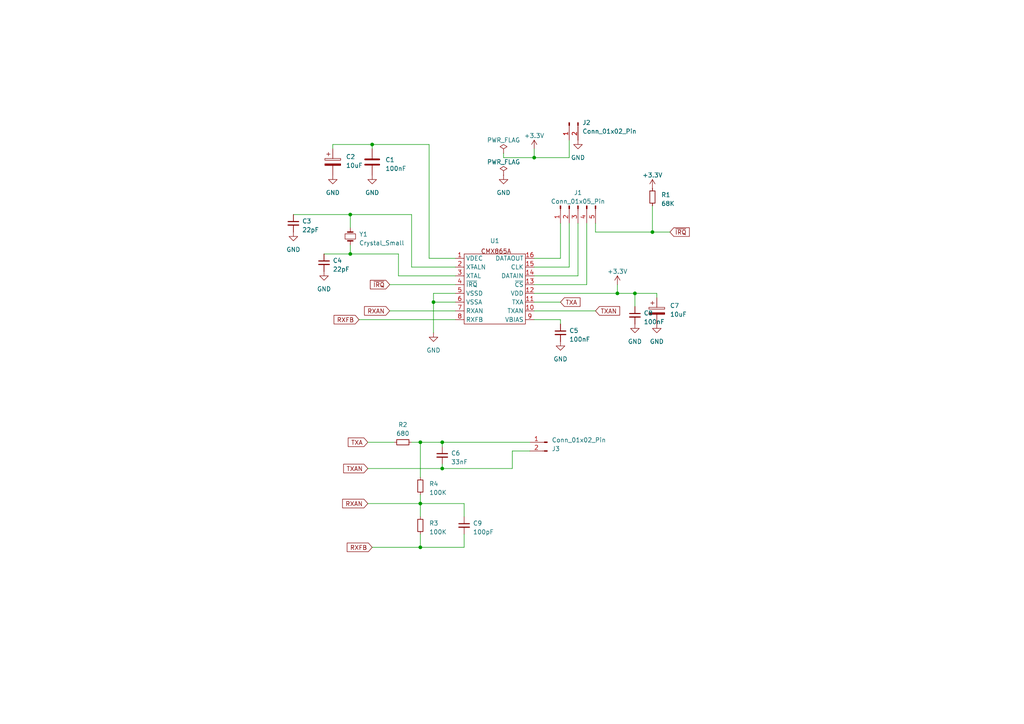
<source format=kicad_sch>
(kicad_sch (version 20230121) (generator eeschema)
  (paper "A4")
  (lib_symbols
    (symbol "Connector:Conn_01x02_Pin" (pin_names (offset 1.016) hide)
      (property "Reference" "J" (at 0 2.54 0))
      (property "Value" "Conn_01x02_Pin" (at 0 -5.08 0))
      (symbol "Conn_01x02_Pin_1_1"
        (polyline (pts (xy 1.27 -2.54) (xy 0.8636 -2.54)) (stroke (width 0.1524)))
        (polyline (pts (xy 1.27 0) (xy 0.8636 0)) (stroke (width 0.1524)))
        (rectangle (start 0.8636 -2.413) (end 0 -2.667) (stroke (width 0.1524)) (fill (type outline)))
        (rectangle (start 0.8636 0.127) (end 0 -0.127) (stroke (width 0.1524)) (fill (type outline)))
        (pin passive line (at 5.08 0 180) (length 3.81) (name "Pin_1") (number "1"))
        (pin passive line (at 5.08 -2.54 180) (length 3.81) (name "Pin_2") (number "2"))
      )
    )
    (symbol "Connector:Conn_01x05_Pin" (pin_names (offset 1.016) hide)
      (property "Reference" "J" (at 0 7.62 0))
      (property "Value" "Conn_01x05_Pin" (at 0 -7.62 0))
      (symbol "Conn_01x05_Pin_1_1"
        (polyline (pts (xy 1.27 -5.08) (xy 0.8636 -5.08)) (stroke (width 0.1524)))
        (polyline (pts (xy 1.27 -2.54) (xy 0.8636 -2.54)) (stroke (width 0.1524)))
        (polyline (pts (xy 1.27 0) (xy 0.8636 0)) (stroke (width 0.1524)))
        (polyline (pts (xy 1.27 2.54) (xy 0.8636 2.54)) (stroke (width 0.1524)))
        (polyline (pts (xy 1.27 5.08) (xy 0.8636 5.08)) (stroke (width 0.1524)))
        (rectangle (start 0.8636 -4.953) (end 0 -5.207) (stroke (width 0.1524)) (fill (type outline)))
        (rectangle (start 0.8636 -2.413) (end 0 -2.667) (stroke (width 0.1524)) (fill (type outline)))
        (rectangle (start 0.8636 0.127) (end 0 -0.127) (stroke (width 0.1524)) (fill (type outline)))
        (rectangle (start 0.8636 2.667) (end 0 2.413) (stroke (width 0.1524)) (fill (type outline)))
        (rectangle (start 0.8636 5.207) (end 0 4.953) (stroke (width 0.1524)) (fill (type outline)))
        (pin passive line (at 5.08 5.08 180) (length 3.81) (name "Pin_1") (number "1"))
        (pin passive line (at 5.08 2.54 180) (length 3.81) (name "Pin_2") (number "2"))
        (pin passive line (at 5.08 0 180) (length 3.81) (name "Pin_3") (number "3"))
        (pin passive line (at 5.08 -2.54 180) (length 3.81) (name "Pin_4") (number "4"))
        (pin passive line (at 5.08 -5.08 180) (length 3.81) (name "Pin_5") (number "5"))
      )
    )
    (symbol "Device:C" (pin_numbers hide) (pin_names (offset 0.254))
      (property "Reference" "C" (at 0.635 2.54 0))
      (property "Value" "C" (at 0.635 -2.54 0))
      (symbol "C_0_1"
        (polyline (pts (xy -2.032 -0.762) (xy 2.032 -0.762)) (stroke (width 0.508)))
        (polyline (pts (xy -2.032 0.762) (xy 2.032 0.762)) (stroke (width 0.508)))
      )
      (symbol "C_1_1"
        (pin passive line (at 0 3.81 270) (length 2.794) (name "~") (number "1"))
        (pin passive line (at 0 -3.81 90) (length 2.794) (name "~") (number "2"))
      )
    )
    (symbol "Device:C_Polarized" (pin_numbers hide) (pin_names (offset 0.254))
      (property "Reference" "C" (at 0.635 2.54 0))
      (property "Value" "C_Polarized" (at 0.635 -2.54 0))
      (symbol "C_Polarized_0_1"
        (rectangle (start -2.286 0.508) (end 2.286 1.016))
        (polyline (pts (xy -1.778 2.286) (xy -0.762 2.286)))
        (polyline (pts (xy -1.27 2.794) (xy -1.27 1.778)))
        (rectangle (start 2.286 -0.508) (end -2.286 -1.016) (fill (type outline)))
      )
      (symbol "C_Polarized_1_1"
        (pin passive line (at 0 3.81 270) (length 2.794) (name "~") (number "1"))
        (pin passive line (at 0 -3.81 90) (length 2.794) (name "~") (number "2"))
      )
    )
    (symbol "Device:C_Small" (pin_numbers hide) (pin_names (offset 0.254) hide)
      (property "Reference" "C" (at 0.254 1.778 0))
      (property "Value" "C_Small" (at 0.254 -2.032 0))
      (symbol "C_Small_0_1"
        (polyline (pts (xy -1.524 -0.508) (xy 1.524 -0.508)) (stroke (width 0.3302)))
        (polyline (pts (xy -1.524 0.508) (xy 1.524 0.508)) (stroke (width 0.3048)))
      )
      (symbol "C_Small_1_1"
        (pin passive line (at 0 2.54 270) (length 2.032) (name "~") (number "1"))
        (pin passive line (at 0 -2.54 90) (length 2.032) (name "~") (number "2"))
      )
    )
    (symbol "Device:Crystal_Small" (pin_numbers hide) (pin_names (offset 1.016) hide)
      (property "Reference" "Y" (at 0 2.54 0))
      (property "Value" "Crystal_Small" (at 0 -2.54 0))
      (symbol "Crystal_Small_0_1"
        (rectangle (start -0.762 -1.524) (end 0.762 1.524))
        (polyline (pts (xy -1.27 -0.762) (xy -1.27 0.762)) (stroke (width 0.381)))
        (polyline (pts (xy 1.27 -0.762) (xy 1.27 0.762)) (stroke (width 0.381)))
      )
      (symbol "Crystal_Small_1_1"
        (pin passive line (at -2.54 0 0) (length 1.27) (name "1") (number "1"))
        (pin passive line (at 2.54 0 180) (length 1.27) (name "2") (number "2"))
      )
    )
    (symbol "Device:R_Small" (pin_numbers hide) (pin_names (offset 0.254) hide)
      (property "Reference" "R" (at 0.762 0.508 0))
      (property "Value" "R_Small" (at 0.762 -1.016 0))
      (symbol "R_Small_0_1"
        (rectangle (start -0.762 1.778) (end 0.762 -1.778) (stroke (width 0.2032)))
      )
      (symbol "R_Small_1_1"
        (pin passive line (at 0 2.54 270) (length 0.762) (name "~") (number "1"))
        (pin passive line (at 0 -2.54 90) (length 0.762) (name "~") (number "2"))
      )
    )
    (symbol "kicad-symbol-library:CMX865A"
      (property "Reference" "U" (at -1.27 -11.43 0))
      (symbol "CMX865A_0_0"
        (text_box "CMX865A" (at -5.08 12.7 0) (size 7.62 -2.54) (stroke (width -0.0001)) (effects (font (size 1.27 1.27)) (justify left top)))
      )
      (symbol "CMX865A_0_1"
        (rectangle (start -8.89 10.16) (end 8.89 -10.16))
      )
      (symbol "CMX865A_1_1"
        (pin input line (at -11.43 8.89 0) (length 2.54) (name "VDEC") (number "1"))
        (pin input line (at 11.43 -6.35 180) (length 2.54) (name "TXAN") (number "10"))
        (pin input line (at 11.43 -3.81 180) (length 2.54) (name "TXA") (number "11"))
        (pin power_in line (at 11.43 -1.27 180) (length 2.54) (name "VDD") (number "12"))
        (pin input line (at 11.43 1.27 180) (length 2.54) (name "~{CS}") (number "13"))
        (pin input line (at 11.43 3.81 180) (length 2.54) (name "DATAIN") (number "14"))
        (pin input line (at 11.43 6.35 180) (length 2.54) (name "CLK") (number "15"))
        (pin output line (at 11.43 8.89 180) (length 2.54) (name "DATAOUT") (number "16"))
        (pin input line (at -11.43 6.35 0) (length 2.54) (name "XTALN") (number "2"))
        (pin input line (at -11.43 3.81 0) (length 2.54) (name "XTAL") (number "3"))
        (pin input line (at -11.43 1.27 0) (length 2.54) (name "~{IRQ}") (number "4"))
        (pin power_in line (at -11.43 -1.27 0) (length 2.54) (name "VSSD") (number "5"))
        (pin power_in line (at -11.43 -3.81 0) (length 2.54) (name "VSSA") (number "6"))
        (pin input line (at -11.43 -6.35 0) (length 2.54) (name "RXAN") (number "7"))
        (pin output line (at -11.43 -8.89 0) (length 2.54) (name "RXFB") (number "8"))
        (pin input line (at 11.43 -8.89 180) (length 2.54) (name "VBIAS") (number "9"))
      )
    )
    (symbol "power:+3.3V" (power) (pin_names (offset 0))
      (property "Value" "+3.3V" (at 0 3.556 0))
      (symbol "+3.3V_0_1"
        (polyline (pts (xy -0.762 1.27) (xy 0 2.54)))
        (polyline (pts (xy 0 0) (xy 0 2.54)))
        (polyline (pts (xy 0 2.54) (xy 0.762 1.27)))
      )
      (symbol "+3.3V_1_1"
        (pin power_in line (at 0 0 90) (length 0) hide (name "+3.3V") (number "1"))
      )
    )
    (symbol "power:GND" (power) (pin_names (offset 0))
      (property "Value" "GND" (at 0 -3.81 0))
      (symbol "GND_0_1"
        (polyline (pts (xy 0 0) (xy 0 -1.27) (xy 1.27 -1.27) (xy 0 -2.54) (xy -1.27 -1.27) (xy 0 -1.27)))
      )
      (symbol "GND_1_1"
        (pin power_in line (at 0 0 270) (length 0) hide (name "GND") (number "1"))
      )
    )
    (symbol "power:PWR_FLAG" (power) (pin_numbers hide) (pin_names (offset 0) hide)
      (property "Value" "PWR_FLAG" (at 0 3.81 0))
      (symbol "PWR_FLAG_0_0"
        (pin power_out line (at 0 0 90) (length 0) (name "pwr") (number "1"))
      )
      (symbol "PWR_FLAG_0_1"
        (polyline (pts (xy 0 0) (xy 0 1.27) (xy -1.016 1.905) (xy 0 2.54) (xy 1.016 1.905) (xy 0 1.27)))
      )
    )
  )
  (junction (at 179.07 85.09))
  (junction (at 128.27 128.27))
  (junction (at 101.6 73.66))
  (junction (at 121.92 146.05))
  (junction (at 101.6 62.23))
  (junction (at 125.73 87.63))
  (junction (at 184.15 85.09))
  (junction (at 154.94 45.72))
  (junction (at 121.92 128.27))
  (junction (at 121.92 158.75))
  (junction (at 189.23 67.31))
  (junction (at 107.95 41.91))
  (junction (at 128.27 135.89))
  (wire (pts (xy 124.46 74.93) (xy 132.08 74.93)))
  (wire (pts (xy 128.27 128.27) (xy 128.27 129.54)))
  (wire (pts (xy 121.92 143.51) (xy 121.92 146.05)))
  (wire (pts (xy 125.73 87.63) (xy 132.08 87.63)))
  (wire (pts (xy 113.03 90.17) (xy 132.08 90.17)))
  (wire (pts (xy 189.23 59.69) (xy 189.23 67.31)))
  (wire (pts (xy 148.59 135.89) (xy 148.59 130.81)))
  (wire (pts (xy 146.05 44.45) (xy 146.05 45.72)))
  (wire (pts (xy 154.94 92.71) (xy 162.56 92.71)))
  (wire (pts (xy 96.52 41.91) (xy 96.52 43.18)))
  (wire (pts (xy 170.18 82.55) (xy 170.18 64.77)))
  (wire (pts (xy 154.94 82.55) (xy 170.18 82.55)))
  (wire (pts (xy 107.95 41.91) (xy 107.95 43.18)))
  (wire (pts (xy 146.05 45.72) (xy 154.94 45.72)))
  (wire (pts (xy 101.6 66.04) (xy 101.6 62.23)))
  (wire (pts (xy 85.09 62.23) (xy 101.6 62.23)))
  (wire (pts (xy 132.08 85.09) (xy 125.73 85.09)))
  (wire (pts (xy 107.95 41.91) (xy 96.52 41.91)))
  (wire (pts (xy 101.6 62.23) (xy 119.38 62.23)))
  (wire (pts (xy 121.92 158.75) (xy 134.62 158.75)))
  (wire (pts (xy 184.15 85.09) (xy 184.15 88.9)))
  (wire (pts (xy 128.27 135.89) (xy 128.27 134.62)))
  (wire (pts (xy 154.94 74.93) (xy 162.56 74.93)))
  (wire (pts (xy 93.98 73.66) (xy 101.6 73.66)))
  (wire (pts (xy 179.07 85.09) (xy 184.15 85.09)))
  (wire (pts (xy 172.72 64.77) (xy 172.72 67.31)))
  (wire (pts (xy 128.27 128.27) (xy 153.67 128.27)))
  (wire (pts (xy 115.57 80.01) (xy 132.08 80.01)))
  (wire (pts (xy 184.15 85.09) (xy 190.5 85.09)))
  (wire (pts (xy 189.23 67.31) (xy 194.31 67.31)))
  (wire (pts (xy 119.38 77.47) (xy 132.08 77.47)))
  (wire (pts (xy 121.92 146.05) (xy 134.62 146.05)))
  (wire (pts (xy 190.5 85.09) (xy 190.5 86.36)))
  (wire (pts (xy 179.07 85.09) (xy 179.07 82.55)))
  (wire (pts (xy 148.59 130.81) (xy 153.67 130.81)))
  (wire (pts (xy 154.94 80.01) (xy 167.64 80.01)))
  (wire (pts (xy 167.64 80.01) (xy 167.64 64.77)))
  (wire (pts (xy 154.94 77.47) (xy 165.1 77.47)))
  (wire (pts (xy 101.6 73.66) (xy 115.57 73.66)))
  (wire (pts (xy 125.73 85.09) (xy 125.73 87.63)))
  (wire (pts (xy 154.94 85.09) (xy 179.07 85.09)))
  (wire (pts (xy 124.46 41.91) (xy 124.46 74.93)))
  (wire (pts (xy 121.92 146.05) (xy 121.92 149.86)))
  (wire (pts (xy 121.92 128.27) (xy 121.92 138.43)))
  (wire (pts (xy 106.68 135.89) (xy 128.27 135.89)))
  (wire (pts (xy 101.6 71.12) (xy 101.6 73.66)))
  (wire (pts (xy 154.94 43.18) (xy 154.94 45.72)))
  (wire (pts (xy 119.38 62.23) (xy 119.38 77.47)))
  (wire (pts (xy 172.72 67.31) (xy 189.23 67.31)))
  (wire (pts (xy 115.57 73.66) (xy 115.57 80.01)))
  (wire (pts (xy 121.92 158.75) (xy 121.92 154.94)))
  (wire (pts (xy 162.56 64.77) (xy 162.56 74.93)))
  (wire (pts (xy 154.94 90.17) (xy 172.72 90.17)))
  (wire (pts (xy 106.68 146.05) (xy 121.92 146.05)))
  (wire (pts (xy 134.62 158.75) (xy 134.62 154.94)))
  (wire (pts (xy 165.1 77.47) (xy 165.1 64.77)))
  (wire (pts (xy 113.03 82.55) (xy 132.08 82.55)))
  (wire (pts (xy 104.14 92.71) (xy 132.08 92.71)))
  (wire (pts (xy 121.92 128.27) (xy 128.27 128.27)))
  (wire (pts (xy 154.94 45.72) (xy 165.1 45.72)))
  (wire (pts (xy 154.94 87.63) (xy 162.56 87.63)))
  (wire (pts (xy 128.27 135.89) (xy 148.59 135.89)))
  (wire (pts (xy 107.95 158.75) (xy 121.92 158.75)))
  (wire (pts (xy 165.1 45.72) (xy 165.1 40.64)))
  (wire (pts (xy 106.68 128.27) (xy 114.3 128.27)))
  (wire (pts (xy 162.56 92.71) (xy 162.56 93.98)))
  (wire (pts (xy 134.62 146.05) (xy 134.62 149.86)))
  (wire (pts (xy 125.73 87.63) (xy 125.73 96.52)))
  (wire (pts (xy 107.95 41.91) (xy 124.46 41.91)))
  (wire (pts (xy 119.38 128.27) (xy 121.92 128.27)))
  (global_label "RXAN" (shape input) (at 113.03 90.17 180) (property "Intersheetrefs" "${INTERSHEET_REFS}" (effects hide)))
  (global_label "RXFB" (shape input) (at 104.14 92.71 180) (property "Intersheetrefs" "${INTERSHEET_REFS}" (effects hide)))
  (global_label "TXAN" (shape input) (at 172.72 90.17 0) (property "Intersheetrefs" "${INTERSHEET_REFS}" (effects hide)))
  (global_label "RXFB" (shape input) (at 107.95 158.75 180) (property "Intersheetrefs" "${INTERSHEET_REFS}" (effects hide)))
  (global_label "RXAN" (shape input) (at 106.68 146.05 180) (property "Intersheetrefs" "${INTERSHEET_REFS}" (effects hide)))
  (global_label "TXA" (shape input) (at 162.56 87.63 0) (property "Intersheetrefs" "${INTERSHEET_REFS}" (effects hide)))
  (global_label "~{IRQ}" (shape input) (at 113.03 82.55 180) (property "Intersheetrefs" "${INTERSHEET_REFS}" (effects hide)))
  (global_label "TXAN" (shape input) (at 106.68 135.89 180) (property "Intersheetrefs" "${INTERSHEET_REFS}" (effects hide)))
  (global_label "TXA" (shape input) (at 106.68 128.27 180) (property "Intersheetrefs" "${INTERSHEET_REFS}" (effects hide)))
  (global_label "~{IRQ}" (shape input) (at 194.31 67.31 0) (property "Intersheetrefs" "${INTERSHEET_REFS}" (effects hide)))
  (symbol (lib_id "power:GND") (at 125.73 96.52 0) (unit 1)
    (property "Reference" "#PWR05" (effects hide))
    (property "Value" "GND" (at 125.73 101.6 0))
  )
  (symbol (lib_id "power:+3.3V") (at 154.94 43.18 0) (unit 1)
    (property "Reference" "#PWR07" (effects hide))
    (property "Value" "+3.3V" (at 154.94 39.37 0))
  )
  (symbol (lib_id "power:PWR_FLAG") (at 146.05 44.45 0) (unit 1)
    (property "Reference" "#FLG01" (effects hide))
    (property "Value" "PWR_FLAG" (at 146.05 40.64 0))
  )
  (symbol (lib_id "Device:C_Small") (at 134.62 152.4 0) (unit 1)
    (property "Reference" "C9" (at 137.16 151.7713 0) (effects (justify left)))
    (property "Value" "100pF" (at 137.16 154.3113 0) (effects (justify left)))
    (property "Footprint" "Capacitor_SMD:C_0805_2012Metric_Pad1.18x1.45mm_HandSolder" (effects hide))
    (instances (project "bell103-host-hw" (path "" (reference "C9") (unit 1)) (path "" (reference "C6") (unit 1))))
  )
  (symbol (lib_id "power:+3.3V") (at 189.23 54.61 0) (unit 1)
    (property "Reference" "#PWR09" (effects hide))
    (property "Value" "+3.3V" (at 189.23 50.8 0))
    (instances (project "bell103-host-hw" (path "" (reference "#PWR09") (unit 1)) (path "" (reference "#PWR012") (unit 1))))
  )
  (symbol (lib_id "Device:R_Small") (at 116.84 128.27 90) (unit 1)
    (property "Reference" "R2" (at 116.84 123.19 90))
    (property "Value" "680" (at 116.84 125.73 90))
    (property "Footprint" "Resistor_SMD:R_0805_2012Metric_Pad1.20x1.40mm_HandSolder" (effects hide))
    (instances (project "bell103-host-hw" (path "" (reference "R2") (unit 1)) (path "" (reference "R1") (unit 1))))
  )
  (symbol (lib_id "power:GND") (at 167.64 40.64 0) (unit 1)
    (property "Reference" "#PWR08" (effects hide))
    (property "Value" "GND" (at 167.64 45.72 0))
    (instances (project "bell103-host-hw" (path "" (reference "#PWR08") (unit 1)) (path "" (reference "#PWR09") (unit 1))))
  )
  (symbol (lib_id "Connector:Conn_01x02_Pin") (at 158.75 128.27 0) (mirror y) (unit 1)
    (property "Reference" "J3" (at 160.02 130.175 0) (effects (justify right)))
    (property "Value" "Conn_01x02_Pin" (at 160.02 127.635 0) (effects (justify right)))
    (property "Footprint" "Connector_PinHeader_2.54mm:PinHeader_1x02_P2.54mm_Vertical" (effects hide))
    (instances (project "bell103-host-hw" (path "" (reference "J3") (unit 1)) (path "" (reference "J1") (unit 1))))
  )
  (symbol (lib_id "Connector:Conn_01x02_Pin") (at 165.1 35.56 90) (mirror x) (unit 1)
    (property "Reference" "J2" (at 168.91 35.56 90) (effects (justify right)))
    (property "Value" "Conn_01x02_Pin" (at 168.91 38.1 90) (effects (justify right)))
    (property "Footprint" "Connector_PinHeader_2.54mm:PinHeader_1x02_P2.54mm_Vertical" (effects hide))
  )
  (symbol (lib_id "Device:C_Polarized") (at 190.5 90.17 0) (unit 1)
    (property "Reference" "C7" (at 194.31 88.646 0) (effects (justify left)))
    (property "Value" "10uF" (at 194.31 91.186 0) (effects (justify left)))
    (property "Footprint" "Capacitor_THT:CP_Radial_D5.0mm_P2.50mm" (effects hide))
    (instances (project "bell103-host-hw" (path "" (reference "C7") (unit 1)) (path "" (reference "C9") (unit 1))))
  )
  (symbol (lib_id "Device:C_Small") (at 93.98 76.2 0) (unit 1)
    (property "Reference" "C4" (at 96.52 75.5713 0) (effects (justify left)))
    (property "Value" "22pF" (at 96.52 78.1113 0) (effects (justify left)))
    (property "Footprint" "Capacitor_SMD:C_0805_2012Metric_Pad1.18x1.45mm_HandSolder" (effects hide))
    (instances (project "bell103-host-hw" (path "" (reference "C4") (unit 1)) (path "" (reference "C2") (unit 1))))
  )
  (symbol (lib_id "power:GND") (at 107.95 50.8 0) (unit 1)
    (property "Reference" "#PWR02" (effects hide))
    (property "Value" "GND" (at 107.95 55.88 0))
    (instances (project "bell103-host-hw" (path "" (reference "#PWR02") (unit 1)) (path "" (reference "#PWR04") (unit 1))))
  )
  (symbol (lib_id "kicad-symbol-library:CMX865A") (at 143.51 83.82 0) (unit 1)
    (property "Reference" "U1" (at 143.51 69.85 0))
    (property "Value" "~" (at 137.16 77.47 0))
    (property "Footprint" "Package_SO:SOIC-16W_7.5x12.8mm_P1.27mm" (effects hide))
  )
  (symbol (lib_id "Device:R_Small") (at 189.23 57.15 0) (unit 1)
    (property "Reference" "R1" (at 191.77 56.515 0) (effects (justify left)))
    (property "Value" "68K" (at 191.77 59.055 0) (effects (justify left)))
    (property "Footprint" "Resistor_SMD:R_0805_2012Metric_Pad1.20x1.40mm_HandSolder" (effects hide))
    (instances (project "bell103-host-hw" (path "" (reference "R1") (unit 1)) (path "" (reference "R4") (unit 1))))
  )
  (symbol (lib_id "Device:C_Small") (at 184.15 91.44 0) (unit 1)
    (property "Reference" "C8" (at 186.69 90.8113 0) (effects (justify left)))
    (property "Value" "100nF" (at 186.69 93.3513 0) (effects (justify left)))
    (property "Footprint" "Capacitor_SMD:C_0805_2012Metric_Pad1.18x1.45mm_HandSolder" (effects hide))
  )
  (symbol (lib_id "Device:C") (at 107.95 46.99 0) (unit 1)
    (property "Reference" "C1" (at 111.76 46.355 0) (effects (justify left)))
    (property "Value" "100nF" (at 111.76 48.895 0) (effects (justify left)))
    (property "Footprint" "Capacitor_SMD:C_0805_2012Metric_Pad1.18x1.45mm_HandSolder" (effects hide))
    (instances (project "bell103-host-hw" (path "" (reference "C1") (unit 1)) (path "" (reference "C4") (unit 1))))
  )
  (symbol (lib_id "Device:C_Small") (at 85.09 64.77 0) (unit 1)
    (property "Reference" "C3" (at 87.63 64.1413 0) (effects (justify left)))
    (property "Value" "22pF" (at 87.63 66.6813 0) (effects (justify left)))
    (property "Footprint" "Capacitor_SMD:C_0805_2012Metric_Pad1.18x1.45mm_HandSolder" (effects hide))
    (instances (project "bell103-host-hw" (path "" (reference "C3") (unit 1)) (path "" (reference "C1") (unit 1))))
  )
  (symbol (lib_id "power:GND") (at 93.98 78.74 0) (unit 1)
    (property "Reference" "#PWR04" (effects hide))
    (property "Value" "GND" (at 93.98 83.82 0))
    (instances (project "bell103-host-hw" (path "" (reference "#PWR04") (unit 1)) (path "" (reference "#PWR02") (unit 1))))
  )
  (symbol (lib_id "Device:C_Small") (at 162.56 96.52 0) (unit 1)
    (property "Reference" "C5" (at 165.1 95.8913 0) (effects (justify left)))
    (property "Value" "100nF" (at 165.1 98.4313 0) (effects (justify left)))
    (property "Footprint" "Capacitor_SMD:C_0805_2012Metric_Pad1.18x1.45mm_HandSolder" (effects hide))
    (instances (project "bell103-host-hw" (path "" (reference "C5") (unit 1)) (path "" (reference "C7") (unit 1))))
  )
  (symbol (lib_id "Device:Crystal_Small") (at 101.6 68.58 90) (unit 1)
    (property "Reference" "Y1" (at 104.14 67.945 90) (effects (justify right)))
    (property "Value" "Crystal_Small" (at 104.14 70.485 90) (effects (justify right)))
    (property "Footprint" "Crystal:Crystal_HC49-U_Vertical" (effects hide))
  )
  (symbol (lib_id "power:GND") (at 85.09 67.31 0) (unit 1)
    (property "Reference" "#PWR03" (effects hide))
    (property "Value" "GND" (at 85.09 72.39 0))
    (instances (project "bell103-host-hw" (path "" (reference "#PWR03") (unit 1)) (path "" (reference "#PWR01") (unit 1))))
  )
  (symbol (lib_id "Device:R_Small") (at 121.92 140.97 0) (unit 1)
    (property "Reference" "R4" (at 124.46 140.335 0) (effects (justify left)))
    (property "Value" "100K" (at 124.46 142.875 0) (effects (justify left)))
    (property "Footprint" "Resistor_SMD:R_0805_2012Metric_Pad1.20x1.40mm_HandSolder" (effects hide))
    (instances (project "bell103-host-hw" (path "" (reference "R4") (unit 1)) (path "" (reference "R2") (unit 1))))
  )
  (symbol (lib_id "Device:C_Small") (at 128.27 132.08 0) (unit 1)
    (property "Reference" "C6" (at 130.81 131.4513 0) (effects (justify left)))
    (property "Value" "33nF" (at 130.81 133.9913 0) (effects (justify left)))
    (property "Footprint" "Capacitor_SMD:C_0805_2012Metric_Pad1.18x1.45mm_HandSolder" (effects hide))
    (instances (project "bell103-host-hw" (path "" (reference "C6") (unit 1)) (path "" (reference "C5") (unit 1))))
  )
  (symbol (lib_id "power:GND") (at 96.52 50.8 0) (unit 1)
    (property "Reference" "#PWR01" (effects hide))
    (property "Value" "GND" (at 96.52 55.88 0))
    (instances (project "bell103-host-hw" (path "" (reference "#PWR01") (unit 1)) (path "" (reference "#PWR03") (unit 1))))
  )
  (symbol (lib_id "Device:C_Polarized") (at 96.52 46.99 0) (unit 1)
    (property "Reference" "C2" (at 100.33 45.466 0) (effects (justify left)))
    (property "Value" "10uF" (at 100.33 48.006 0) (effects (justify left)))
    (property "Footprint" "Capacitor_THT:CP_Radial_D5.0mm_P2.50mm" (effects hide))
    (instances (project "bell103-host-hw" (path "" (reference "C2") (unit 1)) (path "" (reference "C3") (unit 1))))
  )
  (symbol (lib_id "Connector:Conn_01x05_Pin") (at 167.64 59.69 90) (mirror x) (unit 1)
    (property "Reference" "J1" (at 167.64 55.88 90))
    (property "Value" "Conn_01x05_Pin" (at 167.64 58.42 90))
    (property "Footprint" "Connector_PinHeader_2.54mm:PinHeader_1x05_P2.54mm_Vertical" (effects hide))
    (instances (project "bell103-host-hw" (path "" (reference "J1") (unit 1)) (path "" (reference "J3") (unit 1))))
  )
  (symbol (lib_id "Device:R_Small") (at 121.92 152.4 0) (unit 1)
    (property "Reference" "R3" (at 124.46 151.765 0) (effects (justify left)))
    (property "Value" "100K" (at 124.46 154.305 0) (effects (justify left)))
    (property "Footprint" "Resistor_SMD:R_0805_2012Metric_Pad1.20x1.40mm_HandSolder" (effects hide))
  )
  (symbol (lib_id "power:GND") (at 146.05 50.8 0) (unit 1)
    (property "Reference" "#PWR011" (effects hide))
    (property "Value" "GND" (at 146.05 55.88 0))
    (instances (project "bell103-host-hw" (path "" (reference "#PWR011") (unit 1)) (path "" (reference "#PWR06") (unit 1))))
  )
  (symbol (lib_id "power:GND") (at 184.15 93.98 0) (unit 1)
    (property "Reference" "#PWR012" (effects hide))
    (property "Value" "GND" (at 184.15 99.06 0))
    (instances (project "bell103-host-hw" (path "" (reference "#PWR012") (unit 1)) (path "" (reference "#PWR011") (unit 1))))
  )
  (symbol (lib_id "power:+3.3V") (at 179.07 82.55 0) (unit 1)
    (property "Reference" "#PWR010" (effects hide))
    (property "Value" "+3.3V" (at 179.07 78.74 0))
  )
  (symbol (lib_id "power:GND") (at 162.56 99.06 0) (unit 1)
    (property "Reference" "#PWR06" (effects hide))
    (property "Value" "GND" (at 162.56 104.14 0))
    (instances (project "bell103-host-hw" (path "" (reference "#PWR06") (unit 1)) (path "" (reference "#PWR08") (unit 1))))
  )
  (symbol (lib_id "power:PWR_FLAG") (at 146.05 50.8 0) (unit 1)
    (property "Reference" "#FLG02" (effects hide))
    (property "Value" "PWR_FLAG" (at 146.05 46.99 0))
  )
  (symbol (lib_id "power:GND") (at 190.5 93.98 0) (unit 1)
    (property "Reference" "#PWR013" (effects hide))
    (property "Value" "GND" (at 190.5 99.06 0))
  )
)
</source>
